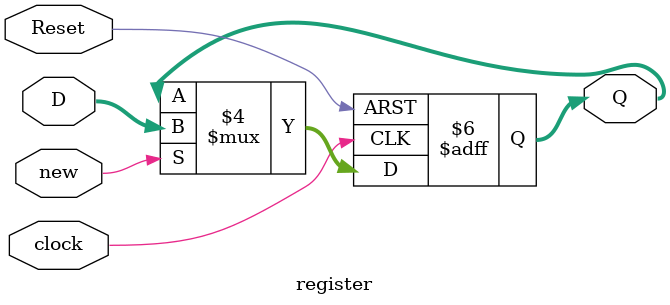
<source format=v>
module register(D, clock, new, Reset, Q);

input [3:0] D;
input clock, Reset, new;
output reg [3:0] Q;

always @(posedge clock, negedge Reset)
if (Reset == 0)
	Q <= 4'b0110;
else if (new == 1)
	Q <= D;

endmodule
</source>
